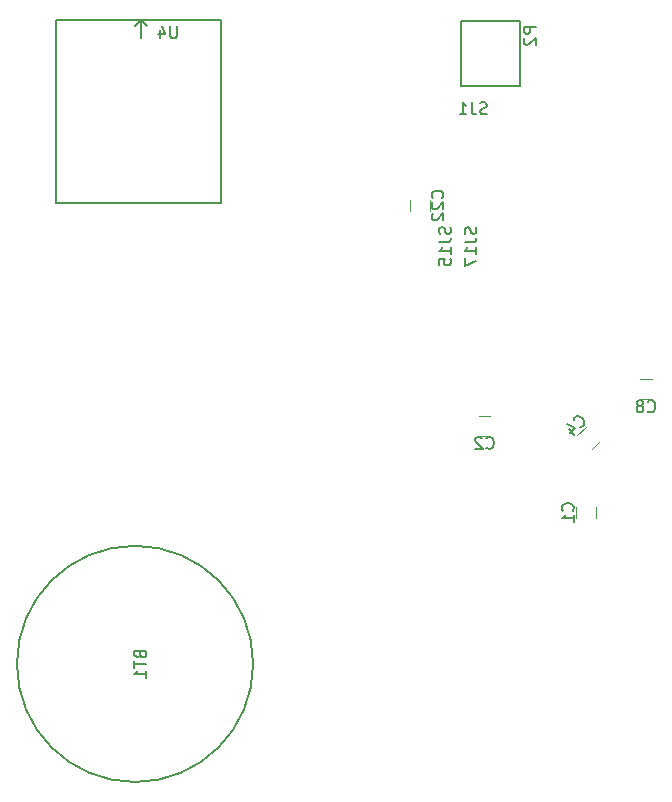
<source format=gbr>
G04 #@! TF.FileFunction,Legend,Bot*
%FSLAX46Y46*%
G04 Gerber Fmt 4.6, Leading zero omitted, Abs format (unit mm)*
G04 Created by KiCad (PCBNEW 4.0.7-e2-6376~58~ubuntu16.04.1) date Tue Dec  5 16:52:33 2017*
%MOMM*%
%LPD*%
G01*
G04 APERTURE LIST*
%ADD10C,0.100000*%
%ADD11C,0.150000*%
%ADD12C,0.120000*%
G04 APERTURE END LIST*
D10*
D11*
X155288000Y-108077000D02*
G75*
G03X155288000Y-108077000I-10000000J0D01*
G01*
X177887000Y-53626000D02*
X177887000Y-59126000D01*
X177887000Y-59126000D02*
X172887000Y-59126000D01*
X172887000Y-59126000D02*
X172887000Y-53626000D01*
X172887000Y-53626000D02*
X177887000Y-53626000D01*
X146317400Y-54042800D02*
X145817400Y-53542800D01*
X145317400Y-54042800D02*
X145817400Y-53542800D01*
X145817400Y-53542800D02*
X145817400Y-55042800D01*
X152567400Y-69042800D02*
X138567400Y-69042800D01*
X138567400Y-69042800D02*
X138567400Y-53542800D01*
X138567400Y-53542800D02*
X152567400Y-53542800D01*
X152567400Y-53542800D02*
X152567400Y-69042800D01*
D12*
X170293400Y-69765800D02*
X170293400Y-68765800D01*
X168593400Y-68765800D02*
X168593400Y-69765800D01*
X183445313Y-87996206D02*
X182738206Y-88703313D01*
X183940287Y-89905394D02*
X184647394Y-89198287D01*
X182626900Y-94762700D02*
X182626900Y-95762700D01*
X184326900Y-95762700D02*
X184326900Y-94762700D01*
X174379000Y-88759400D02*
X175379000Y-88759400D01*
X175379000Y-87059400D02*
X174379000Y-87059400D01*
X188044200Y-85673300D02*
X189044200Y-85673300D01*
X189044200Y-83973300D02*
X188044200Y-83973300D01*
D11*
X145716571Y-107291286D02*
X145764190Y-107434143D01*
X145811810Y-107481762D01*
X145907048Y-107529381D01*
X146049905Y-107529381D01*
X146145143Y-107481762D01*
X146192762Y-107434143D01*
X146240381Y-107338905D01*
X146240381Y-106957952D01*
X145240381Y-106957952D01*
X145240381Y-107291286D01*
X145288000Y-107386524D01*
X145335619Y-107434143D01*
X145430857Y-107481762D01*
X145526095Y-107481762D01*
X145621333Y-107434143D01*
X145668952Y-107386524D01*
X145716571Y-107291286D01*
X145716571Y-106957952D01*
X145240381Y-107815095D02*
X145240381Y-108386524D01*
X146240381Y-108100809D02*
X145240381Y-108100809D01*
X146240381Y-109243667D02*
X146240381Y-108672238D01*
X146240381Y-108957952D02*
X145240381Y-108957952D01*
X145383238Y-108862714D01*
X145478476Y-108767476D01*
X145526095Y-108672238D01*
X179213892Y-54137905D02*
X178213892Y-54137905D01*
X178213892Y-54518858D01*
X178261511Y-54614096D01*
X178309130Y-54661715D01*
X178404368Y-54709334D01*
X178547225Y-54709334D01*
X178642463Y-54661715D01*
X178690082Y-54614096D01*
X178737701Y-54518858D01*
X178737701Y-54137905D01*
X178309130Y-55090286D02*
X178261511Y-55137905D01*
X178213892Y-55233143D01*
X178213892Y-55471239D01*
X178261511Y-55566477D01*
X178309130Y-55614096D01*
X178404368Y-55661715D01*
X178499606Y-55661715D01*
X178642463Y-55614096D01*
X179213892Y-55042667D01*
X179213892Y-55661715D01*
X175068857Y-61491762D02*
X174926000Y-61539381D01*
X174687904Y-61539381D01*
X174592666Y-61491762D01*
X174545047Y-61444143D01*
X174497428Y-61348905D01*
X174497428Y-61253667D01*
X174545047Y-61158429D01*
X174592666Y-61110810D01*
X174687904Y-61063190D01*
X174878381Y-61015571D01*
X174973619Y-60967952D01*
X175021238Y-60920333D01*
X175068857Y-60825095D01*
X175068857Y-60729857D01*
X175021238Y-60634619D01*
X174973619Y-60587000D01*
X174878381Y-60539381D01*
X174640285Y-60539381D01*
X174497428Y-60587000D01*
X173783142Y-60539381D02*
X173783142Y-61253667D01*
X173830762Y-61396524D01*
X173926000Y-61491762D01*
X174068857Y-61539381D01*
X174164095Y-61539381D01*
X172783142Y-61539381D02*
X173354571Y-61539381D01*
X173068857Y-61539381D02*
X173068857Y-60539381D01*
X173164095Y-60682238D01*
X173259333Y-60777476D01*
X173354571Y-60825095D01*
X171981762Y-71088952D02*
X172029381Y-71231809D01*
X172029381Y-71469905D01*
X171981762Y-71565143D01*
X171934143Y-71612762D01*
X171838905Y-71660381D01*
X171743667Y-71660381D01*
X171648429Y-71612762D01*
X171600810Y-71565143D01*
X171553190Y-71469905D01*
X171505571Y-71279428D01*
X171457952Y-71184190D01*
X171410333Y-71136571D01*
X171315095Y-71088952D01*
X171219857Y-71088952D01*
X171124619Y-71136571D01*
X171077000Y-71184190D01*
X171029381Y-71279428D01*
X171029381Y-71517524D01*
X171077000Y-71660381D01*
X171029381Y-72374667D02*
X171743667Y-72374667D01*
X171886524Y-72327047D01*
X171981762Y-72231809D01*
X172029381Y-72088952D01*
X172029381Y-71993714D01*
X172029381Y-73374667D02*
X172029381Y-72803238D01*
X172029381Y-73088952D02*
X171029381Y-73088952D01*
X171172238Y-72993714D01*
X171267476Y-72898476D01*
X171315095Y-72803238D01*
X171029381Y-74279429D02*
X171029381Y-73803238D01*
X171505571Y-73755619D01*
X171457952Y-73803238D01*
X171410333Y-73898476D01*
X171410333Y-74136572D01*
X171457952Y-74231810D01*
X171505571Y-74279429D01*
X171600810Y-74327048D01*
X171838905Y-74327048D01*
X171934143Y-74279429D01*
X171981762Y-74231810D01*
X172029381Y-74136572D01*
X172029381Y-73898476D01*
X171981762Y-73803238D01*
X171934143Y-73755619D01*
X174140762Y-71088952D02*
X174188381Y-71231809D01*
X174188381Y-71469905D01*
X174140762Y-71565143D01*
X174093143Y-71612762D01*
X173997905Y-71660381D01*
X173902667Y-71660381D01*
X173807429Y-71612762D01*
X173759810Y-71565143D01*
X173712190Y-71469905D01*
X173664571Y-71279428D01*
X173616952Y-71184190D01*
X173569333Y-71136571D01*
X173474095Y-71088952D01*
X173378857Y-71088952D01*
X173283619Y-71136571D01*
X173236000Y-71184190D01*
X173188381Y-71279428D01*
X173188381Y-71517524D01*
X173236000Y-71660381D01*
X173188381Y-72374667D02*
X173902667Y-72374667D01*
X174045524Y-72327047D01*
X174140762Y-72231809D01*
X174188381Y-72088952D01*
X174188381Y-71993714D01*
X174188381Y-73374667D02*
X174188381Y-72803238D01*
X174188381Y-73088952D02*
X173188381Y-73088952D01*
X173331238Y-72993714D01*
X173426476Y-72898476D01*
X173474095Y-72803238D01*
X173188381Y-73708000D02*
X173188381Y-74374667D01*
X174188381Y-73946095D01*
X148843905Y-54100481D02*
X148843905Y-54910005D01*
X148796286Y-55005243D01*
X148748667Y-55052862D01*
X148653429Y-55100481D01*
X148462952Y-55100481D01*
X148367714Y-55052862D01*
X148320095Y-55005243D01*
X148272476Y-54910005D01*
X148272476Y-54100481D01*
X147367714Y-54433814D02*
X147367714Y-55100481D01*
X147605810Y-54052862D02*
X147843905Y-54767148D01*
X147224857Y-54767148D01*
X171300543Y-68622943D02*
X171348162Y-68575324D01*
X171395781Y-68432467D01*
X171395781Y-68337229D01*
X171348162Y-68194371D01*
X171252924Y-68099133D01*
X171157686Y-68051514D01*
X170967210Y-68003895D01*
X170824352Y-68003895D01*
X170633876Y-68051514D01*
X170538638Y-68099133D01*
X170443400Y-68194371D01*
X170395781Y-68337229D01*
X170395781Y-68432467D01*
X170443400Y-68575324D01*
X170491019Y-68622943D01*
X170491019Y-69003895D02*
X170443400Y-69051514D01*
X170395781Y-69146752D01*
X170395781Y-69384848D01*
X170443400Y-69480086D01*
X170491019Y-69527705D01*
X170586257Y-69575324D01*
X170681495Y-69575324D01*
X170824352Y-69527705D01*
X171395781Y-68956276D01*
X171395781Y-69575324D01*
X170491019Y-69956276D02*
X170443400Y-70003895D01*
X170395781Y-70099133D01*
X170395781Y-70337229D01*
X170443400Y-70432467D01*
X170491019Y-70480086D01*
X170586257Y-70527705D01*
X170681495Y-70527705D01*
X170824352Y-70480086D01*
X171395781Y-69908657D01*
X171395781Y-70527705D01*
X183002529Y-88024828D02*
X183069872Y-88024828D01*
X183204559Y-87957484D01*
X183271903Y-87890141D01*
X183339247Y-87755453D01*
X183339247Y-87620766D01*
X183305575Y-87519751D01*
X183204560Y-87351393D01*
X183103544Y-87250377D01*
X182935185Y-87149362D01*
X182834170Y-87115690D01*
X182699483Y-87115690D01*
X182564796Y-87183034D01*
X182497452Y-87250377D01*
X182430109Y-87385064D01*
X182430109Y-87452408D01*
X181992376Y-88226858D02*
X182463781Y-88698263D01*
X181891362Y-87789125D02*
X182564797Y-88125843D01*
X182127064Y-88563576D01*
X182334043Y-95096034D02*
X182381662Y-95048415D01*
X182429281Y-94905558D01*
X182429281Y-94810320D01*
X182381662Y-94667462D01*
X182286424Y-94572224D01*
X182191186Y-94524605D01*
X182000710Y-94476986D01*
X181857852Y-94476986D01*
X181667376Y-94524605D01*
X181572138Y-94572224D01*
X181476900Y-94667462D01*
X181429281Y-94810320D01*
X181429281Y-94905558D01*
X181476900Y-95048415D01*
X181524519Y-95096034D01*
X182429281Y-96048415D02*
X182429281Y-95476986D01*
X182429281Y-95762700D02*
X181429281Y-95762700D01*
X181572138Y-95667462D01*
X181667376Y-95572224D01*
X181714995Y-95476986D01*
X175045666Y-89766543D02*
X175093285Y-89814162D01*
X175236142Y-89861781D01*
X175331380Y-89861781D01*
X175474238Y-89814162D01*
X175569476Y-89718924D01*
X175617095Y-89623686D01*
X175664714Y-89433210D01*
X175664714Y-89290352D01*
X175617095Y-89099876D01*
X175569476Y-89004638D01*
X175474238Y-88909400D01*
X175331380Y-88861781D01*
X175236142Y-88861781D01*
X175093285Y-88909400D01*
X175045666Y-88957019D01*
X174664714Y-88957019D02*
X174617095Y-88909400D01*
X174521857Y-88861781D01*
X174283761Y-88861781D01*
X174188523Y-88909400D01*
X174140904Y-88957019D01*
X174093285Y-89052257D01*
X174093285Y-89147495D01*
X174140904Y-89290352D01*
X174712333Y-89861781D01*
X174093285Y-89861781D01*
X188710866Y-86680443D02*
X188758485Y-86728062D01*
X188901342Y-86775681D01*
X188996580Y-86775681D01*
X189139438Y-86728062D01*
X189234676Y-86632824D01*
X189282295Y-86537586D01*
X189329914Y-86347110D01*
X189329914Y-86204252D01*
X189282295Y-86013776D01*
X189234676Y-85918538D01*
X189139438Y-85823300D01*
X188996580Y-85775681D01*
X188901342Y-85775681D01*
X188758485Y-85823300D01*
X188710866Y-85870919D01*
X188139438Y-86204252D02*
X188234676Y-86156633D01*
X188282295Y-86109014D01*
X188329914Y-86013776D01*
X188329914Y-85966157D01*
X188282295Y-85870919D01*
X188234676Y-85823300D01*
X188139438Y-85775681D01*
X187948961Y-85775681D01*
X187853723Y-85823300D01*
X187806104Y-85870919D01*
X187758485Y-85966157D01*
X187758485Y-86013776D01*
X187806104Y-86109014D01*
X187853723Y-86156633D01*
X187948961Y-86204252D01*
X188139438Y-86204252D01*
X188234676Y-86251871D01*
X188282295Y-86299490D01*
X188329914Y-86394729D01*
X188329914Y-86585205D01*
X188282295Y-86680443D01*
X188234676Y-86728062D01*
X188139438Y-86775681D01*
X187948961Y-86775681D01*
X187853723Y-86728062D01*
X187806104Y-86680443D01*
X187758485Y-86585205D01*
X187758485Y-86394729D01*
X187806104Y-86299490D01*
X187853723Y-86251871D01*
X187948961Y-86204252D01*
M02*

</source>
